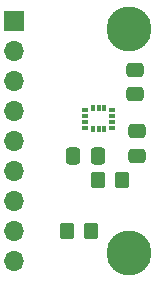
<source format=gbr>
%TF.GenerationSoftware,KiCad,Pcbnew,8.0.5*%
%TF.CreationDate,2024-09-23T16:28:14-04:00*%
%TF.ProjectId,ICM-42670-P-Breakout-Board,49434d2d-3432-4363-9730-2d502d427265,rev?*%
%TF.SameCoordinates,Original*%
%TF.FileFunction,Soldermask,Top*%
%TF.FilePolarity,Negative*%
%FSLAX46Y46*%
G04 Gerber Fmt 4.6, Leading zero omitted, Abs format (unit mm)*
G04 Created by KiCad (PCBNEW 8.0.5) date 2024-09-23 16:28:14*
%MOMM*%
%LPD*%
G01*
G04 APERTURE LIST*
G04 Aperture macros list*
%AMRoundRect*
0 Rectangle with rounded corners*
0 $1 Rounding radius*
0 $2 $3 $4 $5 $6 $7 $8 $9 X,Y pos of 4 corners*
0 Add a 4 corners polygon primitive as box body*
4,1,4,$2,$3,$4,$5,$6,$7,$8,$9,$2,$3,0*
0 Add four circle primitives for the rounded corners*
1,1,$1+$1,$2,$3*
1,1,$1+$1,$4,$5*
1,1,$1+$1,$6,$7*
1,1,$1+$1,$8,$9*
0 Add four rect primitives between the rounded corners*
20,1,$1+$1,$2,$3,$4,$5,0*
20,1,$1+$1,$4,$5,$6,$7,0*
20,1,$1+$1,$6,$7,$8,$9,0*
20,1,$1+$1,$8,$9,$2,$3,0*%
G04 Aperture macros list end*
%ADD10RoundRect,0.250000X-0.475000X0.337500X-0.475000X-0.337500X0.475000X-0.337500X0.475000X0.337500X0*%
%ADD11RoundRect,0.250000X0.475000X-0.337500X0.475000X0.337500X-0.475000X0.337500X-0.475000X-0.337500X0*%
%ADD12R,0.600000X0.300000*%
%ADD13R,0.300000X0.600000*%
%ADD14C,3.800000*%
%ADD15C,2.600000*%
%ADD16RoundRect,0.250000X-0.350000X-0.450000X0.350000X-0.450000X0.350000X0.450000X-0.350000X0.450000X0*%
%ADD17R,1.700000X1.700000*%
%ADD18O,1.700000X1.700000*%
%ADD19RoundRect,0.250000X-0.337500X-0.475000X0.337500X-0.475000X0.337500X0.475000X-0.337500X0.475000X0*%
%ADD20RoundRect,0.250000X0.350000X0.450000X-0.350000X0.450000X-0.350000X-0.450000X0.350000X-0.450000X0*%
G04 APERTURE END LIST*
D10*
%TO.C,C1*%
X147300000Y-93562500D03*
X147300000Y-95637500D03*
%TD*%
D11*
%TO.C,C2*%
X147100000Y-90437500D03*
X147100000Y-88362500D03*
%TD*%
D12*
%TO.C,IC1*%
X142900000Y-91750000D03*
X142900000Y-92250000D03*
X142900000Y-92750000D03*
X142900000Y-93250000D03*
D13*
X143550000Y-93400000D03*
X144050000Y-93400000D03*
X144550000Y-93400000D03*
D12*
X145200000Y-93250000D03*
X145200000Y-92750000D03*
X145200000Y-92250000D03*
X145200000Y-91750000D03*
D13*
X144550000Y-91600000D03*
X144050000Y-91600000D03*
X143550000Y-91600000D03*
%TD*%
D14*
%TO.C,H2*%
X146610000Y-103860000D03*
D15*
X146610000Y-103860000D03*
%TD*%
D14*
%TO.C,H1*%
X146610000Y-84890000D03*
D15*
X146610000Y-84890000D03*
%TD*%
D16*
%TO.C,R2*%
X141400000Y-102000000D03*
X143400000Y-102000000D03*
%TD*%
D17*
%TO.C,J1*%
X136870000Y-84220000D03*
D18*
X136870000Y-86760000D03*
X136870000Y-89300000D03*
X136870000Y-91840000D03*
X136870000Y-94380000D03*
X136870000Y-96920000D03*
X136870000Y-99460000D03*
X136870000Y-102000000D03*
X136870000Y-104540000D03*
%TD*%
D19*
%TO.C,C3*%
X141900000Y-95664000D03*
X143975000Y-95664000D03*
%TD*%
D20*
%TO.C,R1*%
X146000000Y-97700000D03*
X144000000Y-97700000D03*
%TD*%
M02*

</source>
